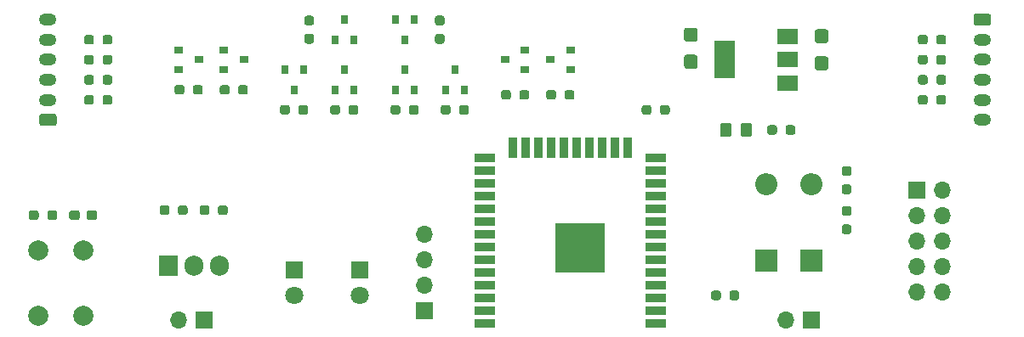
<source format=gbr>
G04 #@! TF.GenerationSoftware,KiCad,Pcbnew,(5.1.10)-1*
G04 #@! TF.CreationDate,2021-08-19T14:27:16+09:00*
G04 #@! TF.ProjectId,driver,64726976-6572-42e6-9b69-6361645f7063,rev?*
G04 #@! TF.SameCoordinates,Original*
G04 #@! TF.FileFunction,Soldermask,Top*
G04 #@! TF.FilePolarity,Negative*
%FSLAX46Y46*%
G04 Gerber Fmt 4.6, Leading zero omitted, Abs format (unit mm)*
G04 Created by KiCad (PCBNEW (5.1.10)-1) date 2021-08-19 14:27:16*
%MOMM*%
%LPD*%
G01*
G04 APERTURE LIST*
%ADD10C,1.800000*%
%ADD11R,1.800000X1.800000*%
%ADD12R,2.200000X2.200000*%
%ADD13O,2.200000X2.200000*%
%ADD14O,1.700000X1.700000*%
%ADD15R,1.700000X1.700000*%
%ADD16O,1.750000X1.200000*%
%ADD17R,1.905000X2.000000*%
%ADD18O,1.905000X2.000000*%
%ADD19R,0.800000X0.900000*%
%ADD20R,0.900000X0.800000*%
%ADD21C,2.000000*%
%ADD22R,2.000000X3.800000*%
%ADD23R,2.000000X1.500000*%
%ADD24R,5.000000X5.000000*%
%ADD25R,2.000000X0.900000*%
%ADD26R,0.900000X2.000000*%
G04 APERTURE END LIST*
G36*
G01*
X80074999Y-6650000D02*
X80925001Y-6650000D01*
G75*
G02*
X81175000Y-6899999I0J-249999D01*
G01*
X81175000Y-7800001D01*
G75*
G02*
X80925001Y-8050000I-249999J0D01*
G01*
X80074999Y-8050000D01*
G75*
G02*
X79825000Y-7800001I0J249999D01*
G01*
X79825000Y-6899999D01*
G75*
G02*
X80074999Y-6650000I249999J0D01*
G01*
G37*
G36*
G01*
X80074999Y-3950000D02*
X80925001Y-3950000D01*
G75*
G02*
X81175000Y-4199999I0J-249999D01*
G01*
X81175000Y-5100001D01*
G75*
G02*
X80925001Y-5350000I-249999J0D01*
G01*
X80074999Y-5350000D01*
G75*
G02*
X79825000Y-5100001I0J249999D01*
G01*
X79825000Y-4199999D01*
G75*
G02*
X80074999Y-3950000I249999J0D01*
G01*
G37*
G36*
G01*
X67925001Y-7900000D02*
X67074999Y-7900000D01*
G75*
G02*
X66825000Y-7650001I0J249999D01*
G01*
X66825000Y-6749999D01*
G75*
G02*
X67074999Y-6500000I249999J0D01*
G01*
X67925001Y-6500000D01*
G75*
G02*
X68175000Y-6749999I0J-249999D01*
G01*
X68175000Y-7650001D01*
G75*
G02*
X67925001Y-7900000I-249999J0D01*
G01*
G37*
G36*
G01*
X67925001Y-5200000D02*
X67074999Y-5200000D01*
G75*
G02*
X66825000Y-4950001I0J249999D01*
G01*
X66825000Y-4049999D01*
G75*
G02*
X67074999Y-3800000I249999J0D01*
G01*
X67925001Y-3800000D01*
G75*
G02*
X68175000Y-4049999I0J-249999D01*
G01*
X68175000Y-4950001D01*
G75*
G02*
X67925001Y-5200000I-249999J0D01*
G01*
G37*
G36*
G01*
X5600000Y-22737500D02*
X5600000Y-22262500D01*
G75*
G02*
X5837500Y-22025000I237500J0D01*
G01*
X6437500Y-22025000D01*
G75*
G02*
X6675000Y-22262500I0J-237500D01*
G01*
X6675000Y-22737500D01*
G75*
G02*
X6437500Y-22975000I-237500J0D01*
G01*
X5837500Y-22975000D01*
G75*
G02*
X5600000Y-22737500I0J237500D01*
G01*
G37*
G36*
G01*
X7325000Y-22737500D02*
X7325000Y-22262500D01*
G75*
G02*
X7562500Y-22025000I237500J0D01*
G01*
X8162500Y-22025000D01*
G75*
G02*
X8400000Y-22262500I0J-237500D01*
G01*
X8400000Y-22737500D01*
G75*
G02*
X8162500Y-22975000I-237500J0D01*
G01*
X7562500Y-22975000D01*
G75*
G02*
X7325000Y-22737500I0J237500D01*
G01*
G37*
D10*
X28000000Y-30540000D03*
D11*
X28000000Y-28000000D03*
X34500000Y-28000000D03*
D10*
X34500000Y-30540000D03*
G36*
G01*
X73600000Y-13549999D02*
X73600000Y-14450001D01*
G75*
G02*
X73350001Y-14700000I-249999J0D01*
G01*
X72699999Y-14700000D01*
G75*
G02*
X72450000Y-14450001I0J249999D01*
G01*
X72450000Y-13549999D01*
G75*
G02*
X72699999Y-13300000I249999J0D01*
G01*
X73350001Y-13300000D01*
G75*
G02*
X73600000Y-13549999I0J-249999D01*
G01*
G37*
G36*
G01*
X71550000Y-13549999D02*
X71550000Y-14450001D01*
G75*
G02*
X71300001Y-14700000I-249999J0D01*
G01*
X70649999Y-14700000D01*
G75*
G02*
X70400000Y-14450001I0J249999D01*
G01*
X70400000Y-13549999D01*
G75*
G02*
X70649999Y-13300000I249999J0D01*
G01*
X71300001Y-13300000D01*
G75*
G02*
X71550000Y-13549999I0J-249999D01*
G01*
G37*
D12*
X79500000Y-27000000D03*
D13*
X79500000Y-19380000D03*
X75000000Y-19380000D03*
D12*
X75000000Y-27000000D03*
D14*
X16460000Y-33000000D03*
D15*
X19000000Y-33000000D03*
X79500000Y-33000000D03*
D14*
X76960000Y-33000000D03*
D15*
X41000000Y-32000000D03*
D14*
X41000000Y-29460000D03*
X41000000Y-26920000D03*
X41000000Y-24380000D03*
D16*
X3500000Y-3000000D03*
X3500000Y-5000000D03*
X3500000Y-7000000D03*
X3500000Y-9000000D03*
X3500000Y-11000000D03*
G36*
G01*
X4125001Y-13600000D02*
X2874999Y-13600000D01*
G75*
G02*
X2625000Y-13350001I0J249999D01*
G01*
X2625000Y-12649999D01*
G75*
G02*
X2874999Y-12400000I249999J0D01*
G01*
X4125001Y-12400000D01*
G75*
G02*
X4375000Y-12649999I0J-249999D01*
G01*
X4375000Y-13350001D01*
G75*
G02*
X4125001Y-13600000I-249999J0D01*
G01*
G37*
G36*
G01*
X95874999Y-2400000D02*
X97125001Y-2400000D01*
G75*
G02*
X97375000Y-2649999I0J-249999D01*
G01*
X97375000Y-3350001D01*
G75*
G02*
X97125001Y-3600000I-249999J0D01*
G01*
X95874999Y-3600000D01*
G75*
G02*
X95625000Y-3350001I0J249999D01*
G01*
X95625000Y-2649999D01*
G75*
G02*
X95874999Y-2400000I249999J0D01*
G01*
G37*
X96500000Y-5000000D03*
X96500000Y-7000000D03*
X96500000Y-9000000D03*
X96500000Y-11000000D03*
X96500000Y-13000000D03*
D15*
X90000000Y-20000000D03*
D14*
X92540000Y-20000000D03*
X90000000Y-22540000D03*
X92540000Y-22540000D03*
X90000000Y-25080000D03*
X92540000Y-25080000D03*
X90000000Y-27620000D03*
X92540000Y-27620000D03*
X90000000Y-30160000D03*
X92540000Y-30160000D03*
D17*
X15500000Y-27500000D03*
D18*
X18040000Y-27500000D03*
X20580000Y-27500000D03*
D19*
X43050000Y-10000000D03*
X44950000Y-10000000D03*
X44000000Y-8000000D03*
D20*
X49000000Y-7000000D03*
X51000000Y-6050000D03*
X51000000Y-7950000D03*
D19*
X39000000Y-5000000D03*
X38050000Y-3000000D03*
X39950000Y-3000000D03*
X39000000Y-8000000D03*
X39950000Y-10000000D03*
X38050000Y-10000000D03*
D20*
X55500000Y-7950000D03*
X55500000Y-6050000D03*
X53500000Y-7000000D03*
D19*
X28950000Y-8000000D03*
X27050000Y-8000000D03*
X28000000Y-10000000D03*
D20*
X21000000Y-6050000D03*
X21000000Y-7950000D03*
X23000000Y-7000000D03*
D19*
X33000000Y-3000000D03*
X33950000Y-5000000D03*
X32050000Y-5000000D03*
X32050000Y-10000000D03*
X33950000Y-10000000D03*
X33000000Y-8000000D03*
D20*
X18500000Y-7000000D03*
X16500000Y-7950000D03*
X16500000Y-6050000D03*
G36*
G01*
X16425000Y-22237500D02*
X16425000Y-21762500D01*
G75*
G02*
X16662500Y-21525000I237500J0D01*
G01*
X17162500Y-21525000D01*
G75*
G02*
X17400000Y-21762500I0J-237500D01*
G01*
X17400000Y-22237500D01*
G75*
G02*
X17162500Y-22475000I-237500J0D01*
G01*
X16662500Y-22475000D01*
G75*
G02*
X16425000Y-22237500I0J237500D01*
G01*
G37*
G36*
G01*
X14600000Y-22237500D02*
X14600000Y-21762500D01*
G75*
G02*
X14837500Y-21525000I237500J0D01*
G01*
X15337500Y-21525000D01*
G75*
G02*
X15575000Y-21762500I0J-237500D01*
G01*
X15575000Y-22237500D01*
G75*
G02*
X15337500Y-22475000I-237500J0D01*
G01*
X14837500Y-22475000D01*
G75*
G02*
X14600000Y-22237500I0J237500D01*
G01*
G37*
G36*
G01*
X76925000Y-14237500D02*
X76925000Y-13762500D01*
G75*
G02*
X77162500Y-13525000I237500J0D01*
G01*
X77662500Y-13525000D01*
G75*
G02*
X77900000Y-13762500I0J-237500D01*
G01*
X77900000Y-14237500D01*
G75*
G02*
X77662500Y-14475000I-237500J0D01*
G01*
X77162500Y-14475000D01*
G75*
G02*
X76925000Y-14237500I0J237500D01*
G01*
G37*
G36*
G01*
X75100000Y-14237500D02*
X75100000Y-13762500D01*
G75*
G02*
X75337500Y-13525000I237500J0D01*
G01*
X75837500Y-13525000D01*
G75*
G02*
X76075000Y-13762500I0J-237500D01*
G01*
X76075000Y-14237500D01*
G75*
G02*
X75837500Y-14475000I-237500J0D01*
G01*
X75337500Y-14475000D01*
G75*
G02*
X75100000Y-14237500I0J237500D01*
G01*
G37*
G36*
G01*
X21400000Y-21762500D02*
X21400000Y-22237500D01*
G75*
G02*
X21162500Y-22475000I-237500J0D01*
G01*
X20662500Y-22475000D01*
G75*
G02*
X20425000Y-22237500I0J237500D01*
G01*
X20425000Y-21762500D01*
G75*
G02*
X20662500Y-21525000I237500J0D01*
G01*
X21162500Y-21525000D01*
G75*
G02*
X21400000Y-21762500I0J-237500D01*
G01*
G37*
G36*
G01*
X19575000Y-21762500D02*
X19575000Y-22237500D01*
G75*
G02*
X19337500Y-22475000I-237500J0D01*
G01*
X18837500Y-22475000D01*
G75*
G02*
X18600000Y-22237500I0J237500D01*
G01*
X18600000Y-21762500D01*
G75*
G02*
X18837500Y-21525000I237500J0D01*
G01*
X19337500Y-21525000D01*
G75*
G02*
X19575000Y-21762500I0J-237500D01*
G01*
G37*
G36*
G01*
X82762500Y-21600000D02*
X83237500Y-21600000D01*
G75*
G02*
X83475000Y-21837500I0J-237500D01*
G01*
X83475000Y-22337500D01*
G75*
G02*
X83237500Y-22575000I-237500J0D01*
G01*
X82762500Y-22575000D01*
G75*
G02*
X82525000Y-22337500I0J237500D01*
G01*
X82525000Y-21837500D01*
G75*
G02*
X82762500Y-21600000I237500J0D01*
G01*
G37*
G36*
G01*
X82762500Y-23425000D02*
X83237500Y-23425000D01*
G75*
G02*
X83475000Y-23662500I0J-237500D01*
G01*
X83475000Y-24162500D01*
G75*
G02*
X83237500Y-24400000I-237500J0D01*
G01*
X82762500Y-24400000D01*
G75*
G02*
X82525000Y-24162500I0J237500D01*
G01*
X82525000Y-23662500D01*
G75*
G02*
X82762500Y-23425000I237500J0D01*
G01*
G37*
G36*
G01*
X1600000Y-22737500D02*
X1600000Y-22262500D01*
G75*
G02*
X1837500Y-22025000I237500J0D01*
G01*
X2337500Y-22025000D01*
G75*
G02*
X2575000Y-22262500I0J-237500D01*
G01*
X2575000Y-22737500D01*
G75*
G02*
X2337500Y-22975000I-237500J0D01*
G01*
X1837500Y-22975000D01*
G75*
G02*
X1600000Y-22737500I0J237500D01*
G01*
G37*
G36*
G01*
X3425000Y-22737500D02*
X3425000Y-22262500D01*
G75*
G02*
X3662500Y-22025000I237500J0D01*
G01*
X4162500Y-22025000D01*
G75*
G02*
X4400000Y-22262500I0J-237500D01*
G01*
X4400000Y-22737500D01*
G75*
G02*
X4162500Y-22975000I-237500J0D01*
G01*
X3662500Y-22975000D01*
G75*
G02*
X3425000Y-22737500I0J237500D01*
G01*
G37*
G36*
G01*
X82762500Y-19425000D02*
X83237500Y-19425000D01*
G75*
G02*
X83475000Y-19662500I0J-237500D01*
G01*
X83475000Y-20162500D01*
G75*
G02*
X83237500Y-20400000I-237500J0D01*
G01*
X82762500Y-20400000D01*
G75*
G02*
X82525000Y-20162500I0J237500D01*
G01*
X82525000Y-19662500D01*
G75*
G02*
X82762500Y-19425000I237500J0D01*
G01*
G37*
G36*
G01*
X82762500Y-17600000D02*
X83237500Y-17600000D01*
G75*
G02*
X83475000Y-17837500I0J-237500D01*
G01*
X83475000Y-18337500D01*
G75*
G02*
X83237500Y-18575000I-237500J0D01*
G01*
X82762500Y-18575000D01*
G75*
G02*
X82525000Y-18337500I0J237500D01*
G01*
X82525000Y-17837500D01*
G75*
G02*
X82762500Y-17600000I237500J0D01*
G01*
G37*
G36*
G01*
X42262500Y-2600000D02*
X42737500Y-2600000D01*
G75*
G02*
X42975000Y-2837500I0J-237500D01*
G01*
X42975000Y-3337500D01*
G75*
G02*
X42737500Y-3575000I-237500J0D01*
G01*
X42262500Y-3575000D01*
G75*
G02*
X42025000Y-3337500I0J237500D01*
G01*
X42025000Y-2837500D01*
G75*
G02*
X42262500Y-2600000I237500J0D01*
G01*
G37*
G36*
G01*
X42262500Y-4425000D02*
X42737500Y-4425000D01*
G75*
G02*
X42975000Y-4662500I0J-237500D01*
G01*
X42975000Y-5162500D01*
G75*
G02*
X42737500Y-5400000I-237500J0D01*
G01*
X42262500Y-5400000D01*
G75*
G02*
X42025000Y-5162500I0J237500D01*
G01*
X42025000Y-4662500D01*
G75*
G02*
X42262500Y-4425000I237500J0D01*
G01*
G37*
G36*
G01*
X43575000Y-11762500D02*
X43575000Y-12237500D01*
G75*
G02*
X43337500Y-12475000I-237500J0D01*
G01*
X42837500Y-12475000D01*
G75*
G02*
X42600000Y-12237500I0J237500D01*
G01*
X42600000Y-11762500D01*
G75*
G02*
X42837500Y-11525000I237500J0D01*
G01*
X43337500Y-11525000D01*
G75*
G02*
X43575000Y-11762500I0J-237500D01*
G01*
G37*
G36*
G01*
X45400000Y-11762500D02*
X45400000Y-12237500D01*
G75*
G02*
X45162500Y-12475000I-237500J0D01*
G01*
X44662500Y-12475000D01*
G75*
G02*
X44425000Y-12237500I0J237500D01*
G01*
X44425000Y-11762500D01*
G75*
G02*
X44662500Y-11525000I237500J0D01*
G01*
X45162500Y-11525000D01*
G75*
G02*
X45400000Y-11762500I0J-237500D01*
G01*
G37*
G36*
G01*
X53100000Y-10737500D02*
X53100000Y-10262500D01*
G75*
G02*
X53337500Y-10025000I237500J0D01*
G01*
X53837500Y-10025000D01*
G75*
G02*
X54075000Y-10262500I0J-237500D01*
G01*
X54075000Y-10737500D01*
G75*
G02*
X53837500Y-10975000I-237500J0D01*
G01*
X53337500Y-10975000D01*
G75*
G02*
X53100000Y-10737500I0J237500D01*
G01*
G37*
G36*
G01*
X54925000Y-10737500D02*
X54925000Y-10262500D01*
G75*
G02*
X55162500Y-10025000I237500J0D01*
G01*
X55662500Y-10025000D01*
G75*
G02*
X55900000Y-10262500I0J-237500D01*
G01*
X55900000Y-10737500D01*
G75*
G02*
X55662500Y-10975000I-237500J0D01*
G01*
X55162500Y-10975000D01*
G75*
G02*
X54925000Y-10737500I0J237500D01*
G01*
G37*
G36*
G01*
X91925000Y-7237500D02*
X91925000Y-6762500D01*
G75*
G02*
X92162500Y-6525000I237500J0D01*
G01*
X92662500Y-6525000D01*
G75*
G02*
X92900000Y-6762500I0J-237500D01*
G01*
X92900000Y-7237500D01*
G75*
G02*
X92662500Y-7475000I-237500J0D01*
G01*
X92162500Y-7475000D01*
G75*
G02*
X91925000Y-7237500I0J237500D01*
G01*
G37*
G36*
G01*
X90100000Y-7237500D02*
X90100000Y-6762500D01*
G75*
G02*
X90337500Y-6525000I237500J0D01*
G01*
X90837500Y-6525000D01*
G75*
G02*
X91075000Y-6762500I0J-237500D01*
G01*
X91075000Y-7237500D01*
G75*
G02*
X90837500Y-7475000I-237500J0D01*
G01*
X90337500Y-7475000D01*
G75*
G02*
X90100000Y-7237500I0J237500D01*
G01*
G37*
G36*
G01*
X37600000Y-12237500D02*
X37600000Y-11762500D01*
G75*
G02*
X37837500Y-11525000I237500J0D01*
G01*
X38337500Y-11525000D01*
G75*
G02*
X38575000Y-11762500I0J-237500D01*
G01*
X38575000Y-12237500D01*
G75*
G02*
X38337500Y-12475000I-237500J0D01*
G01*
X37837500Y-12475000D01*
G75*
G02*
X37600000Y-12237500I0J237500D01*
G01*
G37*
G36*
G01*
X39425000Y-12237500D02*
X39425000Y-11762500D01*
G75*
G02*
X39662500Y-11525000I237500J0D01*
G01*
X40162500Y-11525000D01*
G75*
G02*
X40400000Y-11762500I0J-237500D01*
G01*
X40400000Y-12237500D01*
G75*
G02*
X40162500Y-12475000I-237500J0D01*
G01*
X39662500Y-12475000D01*
G75*
G02*
X39425000Y-12237500I0J237500D01*
G01*
G37*
G36*
G01*
X91925000Y-9237500D02*
X91925000Y-8762500D01*
G75*
G02*
X92162500Y-8525000I237500J0D01*
G01*
X92662500Y-8525000D01*
G75*
G02*
X92900000Y-8762500I0J-237500D01*
G01*
X92900000Y-9237500D01*
G75*
G02*
X92662500Y-9475000I-237500J0D01*
G01*
X92162500Y-9475000D01*
G75*
G02*
X91925000Y-9237500I0J237500D01*
G01*
G37*
G36*
G01*
X90100000Y-9237500D02*
X90100000Y-8762500D01*
G75*
G02*
X90337500Y-8525000I237500J0D01*
G01*
X90837500Y-8525000D01*
G75*
G02*
X91075000Y-8762500I0J-237500D01*
G01*
X91075000Y-9237500D01*
G75*
G02*
X90837500Y-9475000I-237500J0D01*
G01*
X90337500Y-9475000D01*
G75*
G02*
X90100000Y-9237500I0J237500D01*
G01*
G37*
G36*
G01*
X90100000Y-5237500D02*
X90100000Y-4762500D01*
G75*
G02*
X90337500Y-4525000I237500J0D01*
G01*
X90837500Y-4525000D01*
G75*
G02*
X91075000Y-4762500I0J-237500D01*
G01*
X91075000Y-5237500D01*
G75*
G02*
X90837500Y-5475000I-237500J0D01*
G01*
X90337500Y-5475000D01*
G75*
G02*
X90100000Y-5237500I0J237500D01*
G01*
G37*
G36*
G01*
X91925000Y-5237500D02*
X91925000Y-4762500D01*
G75*
G02*
X92162500Y-4525000I237500J0D01*
G01*
X92662500Y-4525000D01*
G75*
G02*
X92900000Y-4762500I0J-237500D01*
G01*
X92900000Y-5237500D01*
G75*
G02*
X92662500Y-5475000I-237500J0D01*
G01*
X92162500Y-5475000D01*
G75*
G02*
X91925000Y-5237500I0J237500D01*
G01*
G37*
G36*
G01*
X49575000Y-10262500D02*
X49575000Y-10737500D01*
G75*
G02*
X49337500Y-10975000I-237500J0D01*
G01*
X48837500Y-10975000D01*
G75*
G02*
X48600000Y-10737500I0J237500D01*
G01*
X48600000Y-10262500D01*
G75*
G02*
X48837500Y-10025000I237500J0D01*
G01*
X49337500Y-10025000D01*
G75*
G02*
X49575000Y-10262500I0J-237500D01*
G01*
G37*
G36*
G01*
X51400000Y-10262500D02*
X51400000Y-10737500D01*
G75*
G02*
X51162500Y-10975000I-237500J0D01*
G01*
X50662500Y-10975000D01*
G75*
G02*
X50425000Y-10737500I0J237500D01*
G01*
X50425000Y-10262500D01*
G75*
G02*
X50662500Y-10025000I237500J0D01*
G01*
X51162500Y-10025000D01*
G75*
G02*
X51400000Y-10262500I0J-237500D01*
G01*
G37*
G36*
G01*
X29737500Y-3575000D02*
X29262500Y-3575000D01*
G75*
G02*
X29025000Y-3337500I0J237500D01*
G01*
X29025000Y-2837500D01*
G75*
G02*
X29262500Y-2600000I237500J0D01*
G01*
X29737500Y-2600000D01*
G75*
G02*
X29975000Y-2837500I0J-237500D01*
G01*
X29975000Y-3337500D01*
G75*
G02*
X29737500Y-3575000I-237500J0D01*
G01*
G37*
G36*
G01*
X29737500Y-5400000D02*
X29262500Y-5400000D01*
G75*
G02*
X29025000Y-5162500I0J237500D01*
G01*
X29025000Y-4662500D01*
G75*
G02*
X29262500Y-4425000I237500J0D01*
G01*
X29737500Y-4425000D01*
G75*
G02*
X29975000Y-4662500I0J-237500D01*
G01*
X29975000Y-5162500D01*
G75*
G02*
X29737500Y-5400000I-237500J0D01*
G01*
G37*
G36*
G01*
X26600000Y-12237500D02*
X26600000Y-11762500D01*
G75*
G02*
X26837500Y-11525000I237500J0D01*
G01*
X27337500Y-11525000D01*
G75*
G02*
X27575000Y-11762500I0J-237500D01*
G01*
X27575000Y-12237500D01*
G75*
G02*
X27337500Y-12475000I-237500J0D01*
G01*
X26837500Y-12475000D01*
G75*
G02*
X26600000Y-12237500I0J237500D01*
G01*
G37*
G36*
G01*
X28425000Y-12237500D02*
X28425000Y-11762500D01*
G75*
G02*
X28662500Y-11525000I237500J0D01*
G01*
X29162500Y-11525000D01*
G75*
G02*
X29400000Y-11762500I0J-237500D01*
G01*
X29400000Y-12237500D01*
G75*
G02*
X29162500Y-12475000I-237500J0D01*
G01*
X28662500Y-12475000D01*
G75*
G02*
X28425000Y-12237500I0J237500D01*
G01*
G37*
G36*
G01*
X17075000Y-9762500D02*
X17075000Y-10237500D01*
G75*
G02*
X16837500Y-10475000I-237500J0D01*
G01*
X16337500Y-10475000D01*
G75*
G02*
X16100000Y-10237500I0J237500D01*
G01*
X16100000Y-9762500D01*
G75*
G02*
X16337500Y-9525000I237500J0D01*
G01*
X16837500Y-9525000D01*
G75*
G02*
X17075000Y-9762500I0J-237500D01*
G01*
G37*
G36*
G01*
X18900000Y-9762500D02*
X18900000Y-10237500D01*
G75*
G02*
X18662500Y-10475000I-237500J0D01*
G01*
X18162500Y-10475000D01*
G75*
G02*
X17925000Y-10237500I0J237500D01*
G01*
X17925000Y-9762500D01*
G75*
G02*
X18162500Y-9525000I237500J0D01*
G01*
X18662500Y-9525000D01*
G75*
G02*
X18900000Y-9762500I0J-237500D01*
G01*
G37*
G36*
G01*
X72312500Y-30262500D02*
X72312500Y-30737500D01*
G75*
G02*
X72075000Y-30975000I-237500J0D01*
G01*
X71575000Y-30975000D01*
G75*
G02*
X71337500Y-30737500I0J237500D01*
G01*
X71337500Y-30262500D01*
G75*
G02*
X71575000Y-30025000I237500J0D01*
G01*
X72075000Y-30025000D01*
G75*
G02*
X72312500Y-30262500I0J-237500D01*
G01*
G37*
G36*
G01*
X70487500Y-30262500D02*
X70487500Y-30737500D01*
G75*
G02*
X70250000Y-30975000I-237500J0D01*
G01*
X69750000Y-30975000D01*
G75*
G02*
X69512500Y-30737500I0J237500D01*
G01*
X69512500Y-30262500D01*
G75*
G02*
X69750000Y-30025000I237500J0D01*
G01*
X70250000Y-30025000D01*
G75*
G02*
X70487500Y-30262500I0J-237500D01*
G01*
G37*
G36*
G01*
X63575000Y-11762500D02*
X63575000Y-12237500D01*
G75*
G02*
X63337500Y-12475000I-237500J0D01*
G01*
X62837500Y-12475000D01*
G75*
G02*
X62600000Y-12237500I0J237500D01*
G01*
X62600000Y-11762500D01*
G75*
G02*
X62837500Y-11525000I237500J0D01*
G01*
X63337500Y-11525000D01*
G75*
G02*
X63575000Y-11762500I0J-237500D01*
G01*
G37*
G36*
G01*
X65400000Y-11762500D02*
X65400000Y-12237500D01*
G75*
G02*
X65162500Y-12475000I-237500J0D01*
G01*
X64662500Y-12475000D01*
G75*
G02*
X64425000Y-12237500I0J237500D01*
G01*
X64425000Y-11762500D01*
G75*
G02*
X64662500Y-11525000I237500J0D01*
G01*
X65162500Y-11525000D01*
G75*
G02*
X65400000Y-11762500I0J-237500D01*
G01*
G37*
G36*
G01*
X9900000Y-8762500D02*
X9900000Y-9237500D01*
G75*
G02*
X9662500Y-9475000I-237500J0D01*
G01*
X9162500Y-9475000D01*
G75*
G02*
X8925000Y-9237500I0J237500D01*
G01*
X8925000Y-8762500D01*
G75*
G02*
X9162500Y-8525000I237500J0D01*
G01*
X9662500Y-8525000D01*
G75*
G02*
X9900000Y-8762500I0J-237500D01*
G01*
G37*
G36*
G01*
X8075000Y-8762500D02*
X8075000Y-9237500D01*
G75*
G02*
X7837500Y-9475000I-237500J0D01*
G01*
X7337500Y-9475000D01*
G75*
G02*
X7100000Y-9237500I0J237500D01*
G01*
X7100000Y-8762500D01*
G75*
G02*
X7337500Y-8525000I237500J0D01*
G01*
X7837500Y-8525000D01*
G75*
G02*
X8075000Y-8762500I0J-237500D01*
G01*
G37*
G36*
G01*
X33425000Y-12237500D02*
X33425000Y-11762500D01*
G75*
G02*
X33662500Y-11525000I237500J0D01*
G01*
X34162500Y-11525000D01*
G75*
G02*
X34400000Y-11762500I0J-237500D01*
G01*
X34400000Y-12237500D01*
G75*
G02*
X34162500Y-12475000I-237500J0D01*
G01*
X33662500Y-12475000D01*
G75*
G02*
X33425000Y-12237500I0J237500D01*
G01*
G37*
G36*
G01*
X31600000Y-12237500D02*
X31600000Y-11762500D01*
G75*
G02*
X31837500Y-11525000I237500J0D01*
G01*
X32337500Y-11525000D01*
G75*
G02*
X32575000Y-11762500I0J-237500D01*
G01*
X32575000Y-12237500D01*
G75*
G02*
X32337500Y-12475000I-237500J0D01*
G01*
X31837500Y-12475000D01*
G75*
G02*
X31600000Y-12237500I0J237500D01*
G01*
G37*
G36*
G01*
X9900000Y-6762500D02*
X9900000Y-7237500D01*
G75*
G02*
X9662500Y-7475000I-237500J0D01*
G01*
X9162500Y-7475000D01*
G75*
G02*
X8925000Y-7237500I0J237500D01*
G01*
X8925000Y-6762500D01*
G75*
G02*
X9162500Y-6525000I237500J0D01*
G01*
X9662500Y-6525000D01*
G75*
G02*
X9900000Y-6762500I0J-237500D01*
G01*
G37*
G36*
G01*
X8075000Y-6762500D02*
X8075000Y-7237500D01*
G75*
G02*
X7837500Y-7475000I-237500J0D01*
G01*
X7337500Y-7475000D01*
G75*
G02*
X7100000Y-7237500I0J237500D01*
G01*
X7100000Y-6762500D01*
G75*
G02*
X7337500Y-6525000I237500J0D01*
G01*
X7837500Y-6525000D01*
G75*
G02*
X8075000Y-6762500I0J-237500D01*
G01*
G37*
G36*
G01*
X8075000Y-10762500D02*
X8075000Y-11237500D01*
G75*
G02*
X7837500Y-11475000I-237500J0D01*
G01*
X7337500Y-11475000D01*
G75*
G02*
X7100000Y-11237500I0J237500D01*
G01*
X7100000Y-10762500D01*
G75*
G02*
X7337500Y-10525000I237500J0D01*
G01*
X7837500Y-10525000D01*
G75*
G02*
X8075000Y-10762500I0J-237500D01*
G01*
G37*
G36*
G01*
X9900000Y-10762500D02*
X9900000Y-11237500D01*
G75*
G02*
X9662500Y-11475000I-237500J0D01*
G01*
X9162500Y-11475000D01*
G75*
G02*
X8925000Y-11237500I0J237500D01*
G01*
X8925000Y-10762500D01*
G75*
G02*
X9162500Y-10525000I237500J0D01*
G01*
X9662500Y-10525000D01*
G75*
G02*
X9900000Y-10762500I0J-237500D01*
G01*
G37*
G36*
G01*
X23400000Y-9762500D02*
X23400000Y-10237500D01*
G75*
G02*
X23162500Y-10475000I-237500J0D01*
G01*
X22662500Y-10475000D01*
G75*
G02*
X22425000Y-10237500I0J237500D01*
G01*
X22425000Y-9762500D01*
G75*
G02*
X22662500Y-9525000I237500J0D01*
G01*
X23162500Y-9525000D01*
G75*
G02*
X23400000Y-9762500I0J-237500D01*
G01*
G37*
G36*
G01*
X21575000Y-9762500D02*
X21575000Y-10237500D01*
G75*
G02*
X21337500Y-10475000I-237500J0D01*
G01*
X20837500Y-10475000D01*
G75*
G02*
X20600000Y-10237500I0J237500D01*
G01*
X20600000Y-9762500D01*
G75*
G02*
X20837500Y-9525000I237500J0D01*
G01*
X21337500Y-9525000D01*
G75*
G02*
X21575000Y-9762500I0J-237500D01*
G01*
G37*
G36*
G01*
X90100000Y-11237500D02*
X90100000Y-10762500D01*
G75*
G02*
X90337500Y-10525000I237500J0D01*
G01*
X90837500Y-10525000D01*
G75*
G02*
X91075000Y-10762500I0J-237500D01*
G01*
X91075000Y-11237500D01*
G75*
G02*
X90837500Y-11475000I-237500J0D01*
G01*
X90337500Y-11475000D01*
G75*
G02*
X90100000Y-11237500I0J237500D01*
G01*
G37*
G36*
G01*
X91925000Y-11237500D02*
X91925000Y-10762500D01*
G75*
G02*
X92162500Y-10525000I237500J0D01*
G01*
X92662500Y-10525000D01*
G75*
G02*
X92900000Y-10762500I0J-237500D01*
G01*
X92900000Y-11237500D01*
G75*
G02*
X92662500Y-11475000I-237500J0D01*
G01*
X92162500Y-11475000D01*
G75*
G02*
X91925000Y-11237500I0J237500D01*
G01*
G37*
G36*
G01*
X8075000Y-4762500D02*
X8075000Y-5237500D01*
G75*
G02*
X7837500Y-5475000I-237500J0D01*
G01*
X7337500Y-5475000D01*
G75*
G02*
X7100000Y-5237500I0J237500D01*
G01*
X7100000Y-4762500D01*
G75*
G02*
X7337500Y-4525000I237500J0D01*
G01*
X7837500Y-4525000D01*
G75*
G02*
X8075000Y-4762500I0J-237500D01*
G01*
G37*
G36*
G01*
X9900000Y-4762500D02*
X9900000Y-5237500D01*
G75*
G02*
X9662500Y-5475000I-237500J0D01*
G01*
X9162500Y-5475000D01*
G75*
G02*
X8925000Y-5237500I0J237500D01*
G01*
X8925000Y-4762500D01*
G75*
G02*
X9162500Y-4525000I237500J0D01*
G01*
X9662500Y-4525000D01*
G75*
G02*
X9900000Y-4762500I0J-237500D01*
G01*
G37*
D21*
X2500000Y-26000000D03*
X7000000Y-26000000D03*
X2500000Y-32500000D03*
X7000000Y-32500000D03*
D22*
X70850000Y-7000000D03*
D23*
X77150000Y-7000000D03*
X77150000Y-4700000D03*
X77150000Y-9300000D03*
D24*
X56500000Y-25755000D03*
D25*
X64000000Y-33255000D03*
X64000000Y-31985000D03*
X64000000Y-30715000D03*
X64000000Y-29445000D03*
X64000000Y-28175000D03*
X64000000Y-26905000D03*
X64000000Y-25635000D03*
X64000000Y-24365000D03*
X64000000Y-23095000D03*
X64000000Y-21825000D03*
X64000000Y-20555000D03*
X64000000Y-19285000D03*
X64000000Y-18015000D03*
X64000000Y-16745000D03*
D26*
X61215000Y-15745000D03*
X59945000Y-15745000D03*
X58675000Y-15745000D03*
X57405000Y-15745000D03*
X56135000Y-15745000D03*
X54865000Y-15745000D03*
X53595000Y-15745000D03*
X52325000Y-15745000D03*
X51055000Y-15745000D03*
X49785000Y-15745000D03*
D25*
X47000000Y-16745000D03*
X47000000Y-18015000D03*
X47000000Y-19285000D03*
X47000000Y-20555000D03*
X47000000Y-21825000D03*
X47000000Y-23095000D03*
X47000000Y-24365000D03*
X47000000Y-25635000D03*
X47000000Y-26905000D03*
X47000000Y-28175000D03*
X47000000Y-29445000D03*
X47000000Y-30715000D03*
X47000000Y-31985000D03*
X47000000Y-33255000D03*
M02*

</source>
